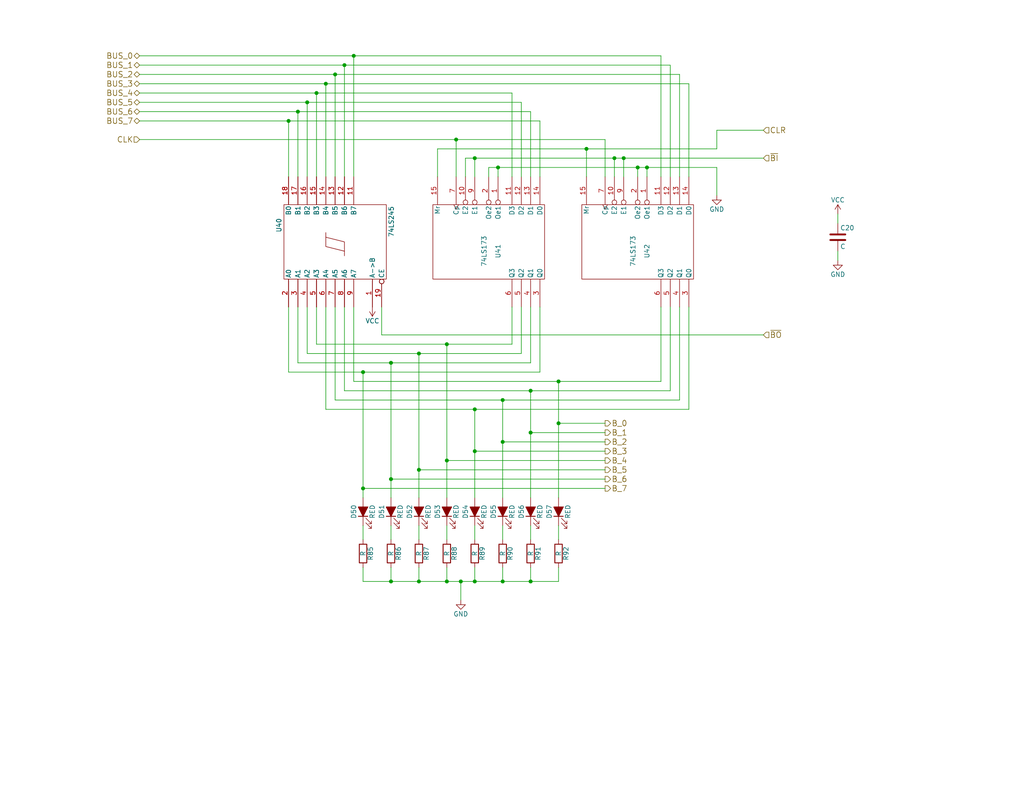
<source format=kicad_sch>
(kicad_sch (version 20211123) (generator eeschema)
  (paper "USLetter")
  (lib_symbols
    (symbol "8bit-computer-rescue:74LS173-8bit-computer-rescue" (pin_names (offset 0.254))
      (property "Reference" "U" (at 2.54 2.54 0))
      (property "Value" "74LS173-8bit-computer-rescue" (at 2.54 -1.27 0))
      (symbol "74LS173-8bit-computer-rescue_0_0"
        (pin power_in line (at -7.62 15.24 90) (length 0) hide (name "VCC") (number "16"))
        (pin power_in line (at -7.62 -15.24 90) (length 0) hide (name "GND") (number "8"))
      )
      (symbol "74LS173-8bit-computer-rescue_0_1"
        (rectangle (start -10.16 15.24) (end 10.16 -15.24))
      )
      (symbol "74LS173-8bit-computer-rescue_1_1"
        (pin input inverted (at -17.78 2.54 0) (length 7.62) (name "Oe1") (number "1"))
        (pin input inverted (at -17.78 -6.35 0) (length 7.62) (name "E2") (number "10"))
        (pin input line (at -17.78 6.35 0) (length 7.62) (name "D3") (number "11"))
        (pin input line (at -17.78 8.89 0) (length 7.62) (name "D2") (number "12"))
        (pin input line (at -17.78 11.43 0) (length 7.62) (name "D1") (number "13"))
        (pin input line (at -17.78 13.97 0) (length 7.62) (name "D0") (number "14"))
        (pin input line (at -17.78 -13.97 0) (length 7.62) (name "Mr") (number "15"))
        (pin input inverted (at -17.78 0 0) (length 7.62) (name "Oe2") (number "2"))
        (pin tri_state line (at 17.78 13.97 180) (length 7.62) (name "Q0") (number "3"))
        (pin tri_state line (at 17.78 11.43 180) (length 7.62) (name "Q1") (number "4"))
        (pin tri_state line (at 17.78 8.89 180) (length 7.62) (name "Q2") (number "5"))
        (pin tri_state line (at 17.78 6.35 180) (length 7.62) (name "Q3") (number "6"))
        (pin input clock (at -17.78 -8.89 0) (length 7.62) (name "Cp") (number "7"))
        (pin input inverted (at -17.78 -3.81 0) (length 7.62) (name "E1") (number "9"))
      )
    )
    (symbol "8bit-computer-rescue:74LS245-8bit-computer-rescue" (pin_names (offset 0.254))
      (property "Reference" "U" (at 2.54 14.605 0))
      (property "Value" "74LS245-8bit-computer-rescue" (at 1.27 -14.605 0))
      (symbol "74LS245-8bit-computer-rescue_0_0"
        (pin power_in line (at 0 -13.97 90) (length 0) hide (name "GND") (number "10"))
        (pin power_in line (at 0 13.97 270) (length 0) hide (name "VCC") (number "20"))
      )
      (symbol "74LS245-8bit-computer-rescue_0_1"
        (rectangle (start -10.16 13.97) (end 10.16 -13.97))
        (polyline (pts (xy 1.27 2.54) (xy 0 -2.54) (xy -2.54 -2.54)))
        (polyline (pts (xy 2.54 2.54) (xy -1.27 2.54) (xy -2.54 -2.54) (xy -3.81 -2.54)))
      )
      (symbol "74LS245-8bit-computer-rescue_1_1"
        (pin input line (at -17.78 -10.16 0) (length 7.62) (name "A->B") (number "1"))
        (pin tri_state line (at 17.78 -5.08 180) (length 7.62) (name "B7") (number "11"))
        (pin tri_state line (at 17.78 -2.54 180) (length 7.62) (name "B6") (number "12"))
        (pin tri_state line (at 17.78 0 180) (length 7.62) (name "B5") (number "13"))
        (pin tri_state line (at 17.78 2.54 180) (length 7.62) (name "B4") (number "14"))
        (pin tri_state line (at 17.78 5.08 180) (length 7.62) (name "B3") (number "15"))
        (pin tri_state line (at 17.78 7.62 180) (length 7.62) (name "B2") (number "16"))
        (pin tri_state line (at 17.78 10.16 180) (length 7.62) (name "B1") (number "17"))
        (pin tri_state line (at 17.78 12.7 180) (length 7.62) (name "B0") (number "18"))
        (pin input inverted (at -17.78 -12.7 0) (length 7.62) (name "CE") (number "19"))
        (pin tri_state line (at -17.78 12.7 0) (length 7.62) (name "A0") (number "2"))
        (pin tri_state line (at -17.78 10.16 0) (length 7.62) (name "A1") (number "3"))
        (pin tri_state line (at -17.78 7.62 0) (length 7.62) (name "A2") (number "4"))
        (pin tri_state line (at -17.78 5.08 0) (length 7.62) (name "A3") (number "5"))
        (pin tri_state line (at -17.78 2.54 0) (length 7.62) (name "A4") (number "6"))
        (pin tri_state line (at -17.78 0 0) (length 7.62) (name "A5") (number "7"))
        (pin tri_state line (at -17.78 -2.54 0) (length 7.62) (name "A6") (number "8"))
        (pin tri_state line (at -17.78 -5.08 0) (length 7.62) (name "A7") (number "9"))
      )
    )
    (symbol "8bit-computer-rescue:LED_ALT-Device" (pin_numbers hide) (pin_names (offset 1.016) hide)
      (property "Reference" "D" (at 0 2.54 0))
      (property "Value" "LED_ALT-Device" (at 0 -2.54 0))
      (symbol "LED_ALT-Device_0_1"
        (polyline (pts (xy -1.27 -1.27) (xy -1.27 1.27)) (stroke (width 0.254)))
        (polyline (pts (xy -1.27 0) (xy 1.27 0)))
        (polyline (pts (xy 1.27 -1.27) (xy 1.27 1.27) (xy -1.27 0) (xy 1.27 -1.27)) (stroke (width 0.254)) (fill (type outline)))
        (polyline (pts (xy -3.048 -0.762) (xy -4.572 -2.286) (xy -3.81 -2.286) (xy -4.572 -2.286) (xy -4.572 -1.524)))
        (polyline (pts (xy -1.778 -0.762) (xy -3.302 -2.286) (xy -2.54 -2.286) (xy -3.302 -2.286) (xy -3.302 -1.524)))
      )
      (symbol "LED_ALT-Device_1_1"
        (pin passive line (at -3.81 0 0) (length 2.54) (name "K") (number "1"))
        (pin passive line (at 3.81 0 180) (length 2.54) (name "A") (number "2"))
      )
    )
    (symbol "Device:C" (pin_numbers hide) (pin_names (offset 0.254))
      (property "Reference" "C" (at 0.635 2.54 0))
      (property "Value" "C" (at 0.635 -2.54 0))
      (symbol "C_0_1"
        (polyline (pts (xy -2.032 -0.762) (xy 2.032 -0.762)) (stroke (width 0.508)))
        (polyline (pts (xy -2.032 0.762) (xy 2.032 0.762)) (stroke (width 0.508)))
      )
      (symbol "C_1_1"
        (pin passive line (at 0 3.81 270) (length 2.794) (name "~") (number "1"))
        (pin passive line (at 0 -3.81 90) (length 2.794) (name "~") (number "2"))
      )
    )
    (symbol "Device:R" (pin_numbers hide) (pin_names (offset 0))
      (property "Reference" "R" (at 2.032 0 90))
      (property "Value" "R" (at 0 0 90))
      (symbol "R_0_1"
        (rectangle (start -1.016 -2.54) (end 1.016 2.54) (stroke (width 0.254)))
      )
      (symbol "R_1_1"
        (pin passive line (at 0 3.81 270) (length 1.27) (name "~") (number "1"))
        (pin passive line (at 0 -3.81 90) (length 1.27) (name "~") (number "2"))
      )
    )
    (symbol "power:GND" (power) (pin_names (offset 0))
      (property "Value" "GND" (at 0 -3.81 0))
      (symbol "GND_0_1"
        (polyline (pts (xy 0 0) (xy 0 -1.27) (xy 1.27 -1.27) (xy 0 -2.54) (xy -1.27 -1.27) (xy 0 -1.27)))
      )
      (symbol "GND_1_1"
        (pin power_in line (at 0 0 270) (length 0) hide (name "GND") (number "1"))
      )
    )
    (symbol "power:VCC" (power) (pin_names (offset 0))
      (property "Value" "VCC" (at 0 3.81 0))
      (symbol "VCC_0_1"
        (polyline (pts (xy -0.762 1.27) (xy 0 2.54)))
        (polyline (pts (xy 0 0) (xy 0 2.54)))
        (polyline (pts (xy 0 2.54) (xy 0.762 1.27)))
      )
      (symbol "VCC_1_1"
        (pin power_in line (at 0 0 90) (length 0) hide (name "VCC") (number "1"))
      )
    )
  )
  (junction (at 173.99 45.72))
  (junction (at 135.89 45.72))
  (junction (at 99.06 101.6))
  (junction (at 144.78 118.11))
  (junction (at 170.18 43.18))
  (junction (at 176.53 45.72))
  (junction (at 81.28 30.48))
  (junction (at 137.16 158.75))
  (junction (at 124.46 38.1))
  (junction (at 114.3 96.52))
  (junction (at 86.36 25.4))
  (junction (at 106.68 130.81))
  (junction (at 91.44 20.32))
  (junction (at 129.54 123.19))
  (junction (at 160.02 40.64))
  (junction (at 152.4 104.14))
  (junction (at 121.92 93.98))
  (junction (at 106.68 99.06))
  (junction (at 125.73 158.75))
  (junction (at 93.98 17.78))
  (junction (at 129.54 43.18))
  (junction (at 114.3 128.27))
  (junction (at 152.4 115.57))
  (junction (at 167.64 43.18))
  (junction (at 78.74 33.02))
  (junction (at 129.54 158.75))
  (junction (at 129.54 111.76))
  (junction (at 137.16 120.65))
  (junction (at 144.78 158.75))
  (junction (at 106.68 158.75))
  (junction (at 144.78 106.68))
  (junction (at 96.52 15.24))
  (junction (at 121.92 158.75))
  (junction (at 99.06 133.35))
  (junction (at 83.82 27.94))
  (junction (at 121.92 125.73))
  (junction (at 88.9 22.86))
  (junction (at 114.3 158.75))
  (junction (at 137.16 109.22))
  (wire (pts (xy 182.88 106.68) (xy 182.88 83.82)))
  (wire (pts (xy 129.54 123.19) (xy 165.1 123.19)))
  (wire (pts (xy 185.42 20.32) (xy 185.42 48.26)))
  (wire (pts (xy 38.1 17.78) (xy 93.98 17.78)))
  (wire (pts (xy 144.78 30.48) (xy 144.78 48.26)))
  (wire (pts (xy 106.68 158.75) (xy 114.3 158.75)))
  (wire (pts (xy 106.68 99.06) (xy 106.68 130.81)))
  (wire (pts (xy 78.74 33.02) (xy 147.32 33.02)))
  (wire (pts (xy 121.92 158.75) (xy 125.73 158.75)))
  (wire (pts (xy 187.96 22.86) (xy 187.96 48.26)))
  (wire (pts (xy 137.16 109.22) (xy 137.16 120.65)))
  (wire (pts (xy 91.44 109.22) (xy 137.16 109.22)))
  (wire (pts (xy 182.88 17.78) (xy 182.88 48.26)))
  (wire (pts (xy 180.34 15.24) (xy 180.34 48.26)))
  (wire (pts (xy 104.14 91.44) (xy 208.28 91.44)))
  (wire (pts (xy 38.1 33.02) (xy 78.74 33.02)))
  (wire (pts (xy 96.52 104.14) (xy 152.4 104.14)))
  (wire (pts (xy 38.1 25.4) (xy 86.36 25.4)))
  (wire (pts (xy 104.14 83.82) (xy 104.14 91.44)))
  (wire (pts (xy 106.68 130.81) (xy 106.68 135.89)))
  (wire (pts (xy 195.58 40.64) (xy 195.58 35.56)))
  (wire (pts (xy 152.4 143.51) (xy 152.4 147.32)))
  (wire (pts (xy 165.1 125.73) (xy 121.92 125.73)))
  (wire (pts (xy 152.4 115.57) (xy 152.4 135.89)))
  (wire (pts (xy 176.53 45.72) (xy 195.58 45.72)))
  (wire (pts (xy 86.36 93.98) (xy 121.92 93.98)))
  (wire (pts (xy 187.96 111.76) (xy 187.96 83.82)))
  (wire (pts (xy 83.82 27.94) (xy 142.24 27.94)))
  (wire (pts (xy 176.53 45.72) (xy 176.53 48.26)))
  (wire (pts (xy 152.4 158.75) (xy 152.4 154.94)))
  (wire (pts (xy 160.02 40.64) (xy 195.58 40.64)))
  (wire (pts (xy 137.16 154.94) (xy 137.16 158.75)))
  (wire (pts (xy 129.54 158.75) (xy 137.16 158.75)))
  (wire (pts (xy 144.78 118.11) (xy 144.78 135.89)))
  (wire (pts (xy 165.1 120.65) (xy 137.16 120.65)))
  (wire (pts (xy 137.16 109.22) (xy 185.42 109.22)))
  (wire (pts (xy 83.82 83.82) (xy 83.82 96.52)))
  (wire (pts (xy 119.38 48.26) (xy 119.38 40.64)))
  (wire (pts (xy 114.3 96.52) (xy 114.3 128.27)))
  (wire (pts (xy 99.06 101.6) (xy 147.32 101.6)))
  (wire (pts (xy 114.3 96.52) (xy 142.24 96.52)))
  (wire (pts (xy 78.74 101.6) (xy 99.06 101.6)))
  (wire (pts (xy 106.68 143.51) (xy 106.68 147.32)))
  (wire (pts (xy 121.92 93.98) (xy 139.7 93.98)))
  (wire (pts (xy 88.9 83.82) (xy 88.9 111.76)))
  (wire (pts (xy 170.18 43.18) (xy 170.18 48.26)))
  (wire (pts (xy 165.1 128.27) (xy 114.3 128.27)))
  (wire (pts (xy 114.3 154.94) (xy 114.3 158.75)))
  (wire (pts (xy 93.98 83.82) (xy 93.98 106.68)))
  (wire (pts (xy 180.34 104.14) (xy 180.34 83.82)))
  (wire (pts (xy 119.38 40.64) (xy 160.02 40.64)))
  (wire (pts (xy 142.24 96.52) (xy 142.24 83.82)))
  (wire (pts (xy 129.54 111.76) (xy 129.54 123.19)))
  (wire (pts (xy 144.78 99.06) (xy 144.78 83.82)))
  (wire (pts (xy 106.68 154.94) (xy 106.68 158.75)))
  (wire (pts (xy 125.73 158.75) (xy 129.54 158.75)))
  (wire (pts (xy 91.44 20.32) (xy 185.42 20.32)))
  (wire (pts (xy 165.1 130.81) (xy 106.68 130.81)))
  (wire (pts (xy 38.1 30.48) (xy 81.28 30.48)))
  (wire (pts (xy 121.92 125.73) (xy 121.92 135.89)))
  (wire (pts (xy 137.16 158.75) (xy 144.78 158.75)))
  (wire (pts (xy 144.78 158.75) (xy 152.4 158.75)))
  (wire (pts (xy 135.89 45.72) (xy 135.89 48.26)))
  (wire (pts (xy 96.52 15.24) (xy 96.52 48.26)))
  (wire (pts (xy 142.24 27.94) (xy 142.24 48.26)))
  (wire (pts (xy 129.54 43.18) (xy 167.64 43.18)))
  (wire (pts (xy 81.28 99.06) (xy 106.68 99.06)))
  (wire (pts (xy 137.16 143.51) (xy 137.16 147.32)))
  (wire (pts (xy 81.28 30.48) (xy 144.78 30.48)))
  (wire (pts (xy 165.1 38.1) (xy 165.1 48.26)))
  (wire (pts (xy 124.46 38.1) (xy 165.1 38.1)))
  (wire (pts (xy 81.28 83.82) (xy 81.28 99.06)))
  (wire (pts (xy 228.6 71.12) (xy 228.6 68.58)))
  (wire (pts (xy 173.99 45.72) (xy 173.99 48.26)))
  (wire (pts (xy 165.1 133.35) (xy 99.06 133.35)))
  (wire (pts (xy 147.32 33.02) (xy 147.32 48.26)))
  (wire (pts (xy 129.54 154.94) (xy 129.54 158.75)))
  (wire (pts (xy 173.99 45.72) (xy 176.53 45.72)))
  (wire (pts (xy 129.54 111.76) (xy 187.96 111.76)))
  (wire (pts (xy 38.1 27.94) (xy 83.82 27.94)))
  (wire (pts (xy 91.44 20.32) (xy 91.44 48.26)))
  (wire (pts (xy 195.58 35.56) (xy 208.28 35.56)))
  (wire (pts (xy 133.35 45.72) (xy 135.89 45.72)))
  (wire (pts (xy 121.92 93.98) (xy 121.92 125.73)))
  (wire (pts (xy 147.32 101.6) (xy 147.32 83.82)))
  (wire (pts (xy 195.58 45.72) (xy 195.58 53.34)))
  (wire (pts (xy 133.35 48.26) (xy 133.35 45.72)))
  (wire (pts (xy 78.74 83.82) (xy 78.74 101.6)))
  (wire (pts (xy 38.1 38.1) (xy 124.46 38.1)))
  (wire (pts (xy 137.16 120.65) (xy 137.16 135.89)))
  (wire (pts (xy 144.78 106.68) (xy 182.88 106.68)))
  (wire (pts (xy 228.6 60.96) (xy 228.6 58.42)))
  (wire (pts (xy 38.1 22.86) (xy 88.9 22.86)))
  (wire (pts (xy 139.7 25.4) (xy 139.7 48.26)))
  (wire (pts (xy 185.42 109.22) (xy 185.42 83.82)))
  (wire (pts (xy 129.54 123.19) (xy 129.54 135.89)))
  (wire (pts (xy 93.98 17.78) (xy 182.88 17.78)))
  (wire (pts (xy 139.7 93.98) (xy 139.7 83.82)))
  (wire (pts (xy 152.4 104.14) (xy 180.34 104.14)))
  (wire (pts (xy 114.3 158.75) (xy 121.92 158.75)))
  (wire (pts (xy 152.4 104.14) (xy 152.4 115.57)))
  (wire (pts (xy 106.68 99.06) (xy 144.78 99.06)))
  (wire (pts (xy 114.3 143.51) (xy 114.3 147.32)))
  (wire (pts (xy 93.98 17.78) (xy 93.98 48.26)))
  (wire (pts (xy 135.89 45.72) (xy 173.99 45.72)))
  (wire (pts (xy 86.36 48.26) (xy 86.36 25.4)))
  (wire (pts (xy 160.02 40.64) (xy 160.02 48.26)))
  (wire (pts (xy 129.54 43.18) (xy 129.54 48.26)))
  (wire (pts (xy 86.36 83.82) (xy 86.36 93.98)))
  (wire (pts (xy 144.78 154.94) (xy 144.78 158.75)))
  (wire (pts (xy 165.1 115.57) (xy 152.4 115.57)))
  (wire (pts (xy 88.9 22.86) (xy 88.9 48.26)))
  (wire (pts (xy 93.98 106.68) (xy 144.78 106.68)))
  (wire (pts (xy 165.1 118.11) (xy 144.78 118.11)))
  (wire (pts (xy 78.74 33.02) (xy 78.74 48.26)))
  (wire (pts (xy 99.06 101.6) (xy 99.06 133.35)))
  (wire (pts (xy 127 48.26) (xy 127 43.18)))
  (wire (pts (xy 86.36 25.4) (xy 139.7 25.4)))
  (wire (pts (xy 127 43.18) (xy 129.54 43.18)))
  (wire (pts (xy 114.3 128.27) (xy 114.3 135.89)))
  (wire (pts (xy 125.73 163.83) (xy 125.73 158.75)))
  (wire (pts (xy 99.06 143.51) (xy 99.06 147.32)))
  (wire (pts (xy 124.46 38.1) (xy 124.46 48.26)))
  (wire (pts (xy 83.82 96.52) (xy 114.3 96.52)))
  (wire (pts (xy 96.52 83.82) (xy 96.52 104.14)))
  (wire (pts (xy 121.92 154.94) (xy 121.92 158.75)))
  (wire (pts (xy 38.1 15.24) (xy 96.52 15.24)))
  (wire (pts (xy 91.44 83.82) (xy 91.44 109.22)))
  (wire (pts (xy 99.06 158.75) (xy 106.68 158.75)))
  (wire (pts (xy 144.78 143.51) (xy 144.78 147.32)))
  (wire (pts (xy 83.82 27.94) (xy 83.82 48.26)))
  (wire (pts (xy 38.1 20.32) (xy 91.44 20.32)))
  (wire (pts (xy 81.28 30.48) (xy 81.28 48.26)))
  (wire (pts (xy 167.64 43.18) (xy 170.18 43.18)))
  (wire (pts (xy 96.52 15.24) (xy 180.34 15.24)))
  (wire (pts (xy 129.54 143.51) (xy 129.54 147.32)))
  (wire (pts (xy 88.9 22.86) (xy 187.96 22.86)))
  (wire (pts (xy 99.06 133.35) (xy 99.06 135.89)))
  (wire (pts (xy 99.06 154.94) (xy 99.06 158.75)))
  (wire (pts (xy 167.64 43.18) (xy 167.64 48.26)))
  (wire (pts (xy 170.18 43.18) (xy 208.28 43.18)))
  (wire (pts (xy 88.9 111.76) (xy 129.54 111.76)))
  (wire (pts (xy 121.92 143.51) (xy 121.92 147.32)))
  (wire (pts (xy 144.78 106.68) (xy 144.78 118.11)))
  (hierarchical_label "B_1" (shape output) (at 165.1 118.11 0) (effects (font (size 1.524 1.524))))
  (hierarchical_label "B_2" (shape output) (at 165.1 120.65 0) (effects (font (size 1.524 1.524))))
  (hierarchical_label "BUS_4" (shape bidirectional) (at 38.1 25.4 180) (effects (font (size 1.524 1.524))))
  (hierarchical_label "B_6" (shape output) (at 165.1 130.81 0) (effects (font (size 1.524 1.524))))
  (hierarchical_label "BUS_0" (shape bidirectional) (at 38.1 15.24 180) (effects (font (size 1.524 1.524))))
  (hierarchical_label "~{BO}" (shape input) (at 208.28 91.44 0) (effects (font (size 1.524 1.524))))
  (hierarchical_label "BUS_6" (shape bidirectional) (at 38.1 30.48 180) (effects (font (size 1.524 1.524))))
  (hierarchical_label "B_7" (shape output) (at 165.1 133.35 0) (effects (font (size 1.524 1.524))))
  (hierarchical_label "B_3" (shape output) (at 165.1 123.19 0) (effects (font (size 1.524 1.524))))
  (hierarchical_label "B_0" (shape output) (at 165.1 115.57 0) (effects (font (size 1.524 1.524))))
  (hierarchical_label "B_5" (shape output) (at 165.1 128.27 0) (effects (font (size 1.524 1.524))))
  (hierarchical_label "BUS_5" (shape bidirectional) (at 38.1 27.94 180) (effects (font (size 1.524 1.524))))
  (hierarchical_label "~{BI}" (shape input) (at 208.28 43.18 0) (effects (font (size 1.524 1.524))))
  (hierarchical_label "CLR" (shape input) (at 208.28 35.56 0) (effects (font (size 1.524 1.524))))
  (hierarchical_label "BUS_3" (shape bidirectional) (at 38.1 22.86 180) (effects (font (size 1.524 1.524))))
  (hierarchical_label "BUS_2" (shape bidirectional) (at 38.1 20.32 180) (effects (font (size 1.524 1.524))))
  (hierarchical_label "BUS_7" (shape bidirectional) (at 38.1 33.02 180) (effects (font (size 1.524 1.524))))
  (hierarchical_label "BUS_1" (shape bidirectional) (at 38.1 17.78 180) (effects (font (size 1.524 1.524))))
  (hierarchical_label "B_4" (shape output) (at 165.1 125.73 0) (effects (font (size 1.524 1.524))))
  (hierarchical_label "CLK" (shape input) (at 38.1 38.1 180) (effects (font (size 1.524 1.524))))
  (symbol (lib_id "8bit-computer-rescue:74LS173-8bit-computer-rescue") (at 173.99 66.04 270) (unit 1)
    (property "Reference" "U42" (at 176.53 68.58 0))
    (property "Value" "74LS173" (at 172.72 68.58 0))
    (property "Footprint" "Package_DIP:DIP-16_W7.62mm" (effects hide))
  )
  (symbol (lib_id "8bit-computer-rescue:74LS245-8bit-computer-rescue") (at 91.44 66.04 90) (unit 1)
    (property "Reference" "U40" (at 76.835 63.5 0) (effects (justify left bottom)))
    (property "Value" "74LS245" (at 106.045 64.77 0) (effects (justify left top)))
    (property "Footprint" "Package_DIP:DIP-20_W7.62mm" (effects hide))
  )
  (symbol (lib_id "8bit-computer-rescue:LED_ALT-Device") (at 106.68 139.7 90) (unit 1)
    (property "Reference" "D51" (at 104.14 139.7 0))
    (property "Value" "RED" (at 109.22 139.7 0))
    (property "Footprint" "LED_THT:LED_D5.0mm" (effects hide))
  )
  (symbol (lib_id "Device:R") (at 99.06 151.13 0) (unit 1)
    (property "Reference" "R85" (at 101.092 151.13 90))
    (property "Value" "R" (at 99.06 151.13 90))
    (property "Footprint" "Resistor_THT:R_Axial_DIN0207_L6.3mm_D2.5mm_P7.62mm_Horizontal" (effects hide))
  )
  (symbol (lib_id "Device:R") (at 106.68 151.13 0) (unit 1)
    (property "Reference" "R86" (at 108.712 151.13 90))
    (property "Value" "R" (at 106.68 151.13 90))
    (property "Footprint" "Resistor_THT:R_Axial_DIN0207_L6.3mm_D2.5mm_P7.62mm_Horizontal" (effects hide))
  )
  (symbol (lib_id "Device:R") (at 144.78 151.13 0) (unit 1)
    (property "Reference" "R91" (at 146.812 151.13 90))
    (property "Value" "R" (at 144.78 151.13 90))
    (property "Footprint" "Resistor_THT:R_Axial_DIN0207_L6.3mm_D2.5mm_P7.62mm_Horizontal" (effects hide))
  )
  (symbol (lib_id "power:GND") (at 125.73 163.83 0) (unit 1)
    (property "Reference" "#PWR0122" (effects hide))
    (property "Value" "GND" (at 125.73 167.64 0))
  )
  (symbol (lib_id "power:GND") (at 195.58 53.34 0) (unit 1)
    (property "Reference" "#PWR0123" (effects hide))
    (property "Value" "GND" (at 195.58 57.15 0))
  )
  (symbol (lib_id "8bit-computer-rescue:74LS173-8bit-computer-rescue") (at 133.35 66.04 270) (unit 1)
    (property "Reference" "U41" (at 135.89 68.58 0))
    (property "Value" "74LS173" (at 132.08 68.58 0))
    (property "Footprint" "Package_DIP:DIP-16_W7.62mm" (effects hide))
  )
  (symbol (lib_id "8bit-computer-rescue:LED_ALT-Device") (at 99.06 139.7 90) (unit 1)
    (property "Reference" "D50" (at 96.52 139.7 0))
    (property "Value" "RED" (at 101.6 139.7 0))
    (property "Footprint" "LED_THT:LED_D5.0mm" (effects hide))
  )
  (symbol (lib_id "8bit-computer-rescue:LED_ALT-Device") (at 114.3 139.7 90) (unit 1)
    (property "Reference" "D52" (at 111.76 139.7 0))
    (property "Value" "RED" (at 116.84 139.7 0))
    (property "Footprint" "LED_THT:LED_D5.0mm" (effects hide))
  )
  (symbol (lib_id "8bit-computer-rescue:LED_ALT-Device") (at 121.92 139.7 90) (unit 1)
    (property "Reference" "D53" (at 119.38 139.7 0))
    (property "Value" "RED" (at 124.46 139.7 0))
    (property "Footprint" "LED_THT:LED_D5.0mm" (effects hide))
  )
  (symbol (lib_id "8bit-computer-rescue:LED_ALT-Device") (at 129.54 139.7 90) (unit 1)
    (property "Reference" "D54" (at 127 139.7 0))
    (property "Value" "RED" (at 132.08 139.7 0))
    (property "Footprint" "LED_THT:LED_D5.0mm" (effects hide))
  )
  (symbol (lib_id "8bit-computer-rescue:LED_ALT-Device") (at 137.16 139.7 90) (unit 1)
    (property "Reference" "D55" (at 134.62 139.7 0))
    (property "Value" "RED" (at 139.7 139.7 0))
    (property "Footprint" "LED_THT:LED_D5.0mm" (effects hide))
  )
  (symbol (lib_id "8bit-computer-rescue:LED_ALT-Device") (at 144.78 139.7 90) (unit 1)
    (property "Reference" "D56" (at 142.24 139.7 0))
    (property "Value" "RED" (at 147.32 139.7 0))
    (property "Footprint" "LED_THT:LED_D5.0mm" (effects hide))
  )
  (symbol (lib_id "8bit-computer-rescue:LED_ALT-Device") (at 152.4 139.7 90) (unit 1)
    (property "Reference" "D57" (at 149.86 139.7 0))
    (property "Value" "RED" (at 154.94 139.7 0))
    (property "Footprint" "LED_THT:LED_D5.0mm" (effects hide))
  )
  (symbol (lib_id "Device:R") (at 114.3 151.13 0) (unit 1)
    (property "Reference" "R87" (at 116.332 151.13 90))
    (property "Value" "R" (at 114.3 151.13 90))
    (property "Footprint" "Resistor_THT:R_Axial_DIN0207_L6.3mm_D2.5mm_P7.62mm_Horizontal" (effects hide))
  )
  (symbol (lib_id "Device:R") (at 121.92 151.13 0) (unit 1)
    (property "Reference" "R88" (at 123.952 151.13 90))
    (property "Value" "R" (at 121.92 151.13 90))
    (property "Footprint" "Resistor_THT:R_Axial_DIN0207_L6.3mm_D2.5mm_P7.62mm_Horizontal" (effects hide))
  )
  (symbol (lib_id "Device:R") (at 129.54 151.13 0) (unit 1)
    (property "Reference" "R89" (at 131.572 151.13 90))
    (property "Value" "R" (at 129.54 151.13 90))
    (property "Footprint" "Resistor_THT:R_Axial_DIN0207_L6.3mm_D2.5mm_P7.62mm_Horizontal" (effects hide))
  )
  (symbol (lib_id "Device:R") (at 137.16 151.13 0) (unit 1)
    (property "Reference" "R90" (at 139.192 151.13 90))
    (property "Value" "R" (at 137.16 151.13 90))
    (property "Footprint" "Resistor_THT:R_Axial_DIN0207_L6.3mm_D2.5mm_P7.62mm_Horizontal" (effects hide))
  )
  (symbol (lib_id "Device:R") (at 152.4 151.13 0) (unit 1)
    (property "Reference" "R92" (at 154.432 151.13 90))
    (property "Value" "R" (at 152.4 151.13 90))
    (property "Footprint" "Resistor_THT:R_Axial_DIN0207_L6.3mm_D2.5mm_P7.62mm_Horizontal" (effects hide))
  )
  (symbol (lib_id "power:VCC") (at 101.6 83.82 180) (unit 1)
    (property "Reference" "#PWR0121" (effects hide))
    (property "Value" "VCC" (at 101.6 87.63 0))
  )
  (symbol (lib_id "Device:C") (at 228.6 64.77 0) (unit 1)
    (property "Reference" "C20" (at 229.235 62.23 0) (effects (justify left)))
    (property "Value" "C" (at 229.235 67.31 0) (effects (justify left)))
    (property "Footprint" "Capacitor_THT:C_Disc_D4.3mm_W1.9mm_P5.00mm" (effects hide))
  )
  (symbol (lib_id "power:VCC") (at 228.6 58.42 0) (unit 1)
    (property "Reference" "#PWR0124" (effects hide))
    (property "Value" "VCC" (at 228.6 54.61 0))
  )
  (symbol (lib_id "power:GND") (at 228.6 71.12 0) (unit 1)
    (property "Reference" "#PWR0125" (effects hide))
    (property "Value" "GND" (at 228.6 74.93 0))
  )
)
</source>
